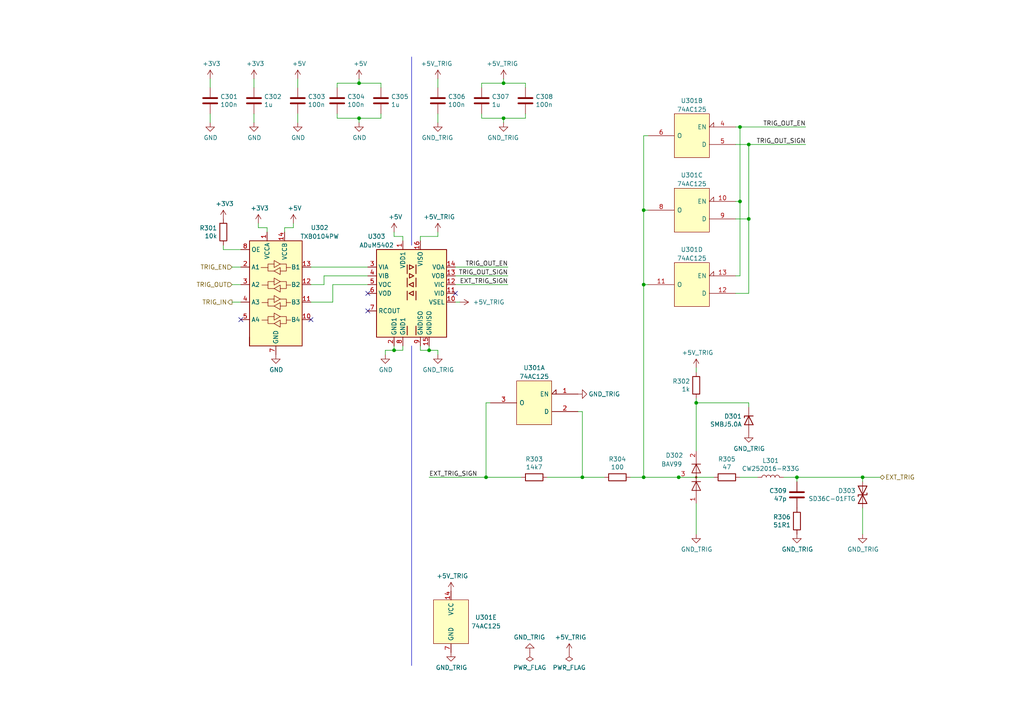
<source format=kicad_sch>
(kicad_sch (version 20230121) (generator eeschema)
  (paper "A4")
  (title_block (title "Trigger") (date "2020-03-07") (rev "1.00"))
  (lib_symbols
    (symbol "Device:C" (pin_numbers hide) (pin_names (offset 0.254))
      (property "Reference" "C" (at 0.635 2.54 0))
      (property "Value" "C" (at 0.635 -2.54 0))
      (symbol "C_0_1"
        (polyline (pts (xy -2.032 -0.762) (xy 2.032 -0.762)) (stroke (width 0.508)))
        (polyline (pts (xy -2.032 0.762) (xy 2.032 0.762)) (stroke (width 0.508)))
      )
      (symbol "C_1_1"
        (pin passive line (at 0 3.81 270) (length 2.794) (name "~") (number "1"))
        (pin passive line (at 0 -3.81 90) (length 2.794) (name "~") (number "2"))
      )
    )
    (symbol "Device:D_TVS" (pin_numbers hide) (pin_names (offset 1.016) hide)
      (property "Reference" "D" (at 0 2.54 0))
      (property "Value" "D_TVS" (at 0 -2.54 0))
      (symbol "D_TVS_0_1"
        (polyline (pts (xy 1.27 0) (xy -1.27 0)))
        (polyline (pts (xy 0.508 1.27) (xy 0 1.27) (xy 0 -1.27) (xy -0.508 -1.27)) (stroke (width 0.254)))
        (polyline (pts (xy -2.54 1.27) (xy -2.54 -1.27) (xy 2.54 1.27) (xy 2.54 -1.27) (xy -2.54 1.27)) (stroke (width 0.254)))
      )
      (symbol "D_TVS_1_1"
        (pin passive line (at -3.81 0 0) (length 2.54) (name "A1") (number "1"))
        (pin passive line (at 3.81 0 180) (length 2.54) (name "A2") (number "2"))
      )
    )
    (symbol "Device:D_Zener" (pin_numbers hide) (pin_names (offset 1.016) hide)
      (property "Reference" "D" (at 0 2.54 0))
      (property "Value" "D_Zener" (at 0 -2.54 0))
      (symbol "D_Zener_0_1"
        (polyline (pts (xy 1.27 0) (xy -1.27 0)))
        (polyline (pts (xy -1.27 -1.27) (xy -1.27 1.27) (xy -0.762 1.27)) (stroke (width 0.254)))
        (polyline (pts (xy 1.27 -1.27) (xy 1.27 1.27) (xy -1.27 0) (xy 1.27 -1.27)) (stroke (width 0.254)))
      )
      (symbol "D_Zener_1_1"
        (pin passive line (at -3.81 0 0) (length 2.54) (name "K") (number "1"))
        (pin passive line (at 3.81 0 180) (length 2.54) (name "A") (number "2"))
      )
    )
    (symbol "Device:L" (pin_numbers hide) (pin_names (offset 1.016) hide)
      (property "Reference" "L" (at -1.27 0 90))
      (property "Value" "L" (at 1.905 0 90))
      (symbol "L_0_1"
        (arc (start 0 -2.54) (mid 0.6323 -1.905) (end 0 -1.27))
        (arc (start 0 -1.27) (mid 0.6323 -0.635) (end 0 0))
        (arc (start 0 0) (mid 0.6323 0.635) (end 0 1.27))
        (arc (start 0 1.27) (mid 0.6323 1.905) (end 0 2.54))
      )
      (symbol "L_1_1"
        (pin passive line (at 0 3.81 270) (length 1.27) (name "1") (number "1"))
        (pin passive line (at 0 -3.81 90) (length 1.27) (name "2") (number "2"))
      )
    )
    (symbol "Device:R" (pin_numbers hide) (pin_names (offset 0))
      (property "Reference" "R" (at 2.032 0 90))
      (property "Value" "R" (at 0 0 90))
      (symbol "R_0_1"
        (rectangle (start -1.016 -2.54) (end 1.016 2.54) (stroke (width 0.254)))
      )
      (symbol "R_1_1"
        (pin passive line (at 0 3.81 270) (length 1.27) (name "~") (number "1"))
        (pin passive line (at 0 -3.81 90) (length 1.27) (name "~") (number "2"))
      )
    )
    (symbol "Diode:BAV99" (pin_names hide)
      (property "Reference" "D" (at 0 5.08 0))
      (property "Value" "BAV99" (at 0 2.54 0))
      (symbol "BAV99_0_1"
        (polyline (pts (xy -5.08 0) (xy 5.08 0)))
      )
      (symbol "BAV99_1_1"
        (polyline (pts (xy 0 0) (xy 0 -2.54)))
        (polyline (pts (xy -1.27 -1.27) (xy -1.27 1.27) (xy -1.27 1.27)) (stroke (width 0.2032)))
        (polyline (pts (xy 3.81 1.27) (xy 3.81 -1.27) (xy 3.81 -1.27)) (stroke (width 0.2032)))
        (polyline (pts (xy -3.81 1.27) (xy -1.27 0) (xy -3.81 -1.27) (xy -3.81 1.27) (xy -3.81 1.27) (xy -3.81 1.27)) (stroke (width 0.2032)))
        (polyline (pts (xy 1.27 1.27) (xy 3.81 0) (xy 1.27 -1.27) (xy 1.27 1.27) (xy 1.27 1.27) (xy 1.27 1.27)) (stroke (width 0.2032)))
        (circle (center 0 0) (radius 0.254) (fill (type outline)))
        (pin passive line (at -7.62 0 0) (length 2.54) (name "K") (number "1"))
        (pin passive line (at 7.62 0 180) (length 2.54) (name "A") (number "2"))
        (pin passive line (at 0 -5.08 90) (length 2.54) (name "K") (number "3"))
      )
    )
    (symbol "ETH1CLCR2:+5V_TRIG" (power) (pin_names (offset 0))
      (property "Value" "+5V_TRIG" (at 0 3.556 0))
      (symbol "+5V_TRIG_0_1"
        (polyline (pts (xy -0.762 1.27) (xy 0 2.54)))
        (polyline (pts (xy 0 0) (xy 0 2.54)))
        (polyline (pts (xy 0 2.54) (xy 0.762 1.27)))
      )
      (symbol "+5V_TRIG_1_1"
        (pin power_in line (at 0 0 90) (length 0) hide (name "+5V_TRIG") (number "1"))
      )
    )
    (symbol "ETH1CLCR2:74AC125" (pin_names (offset 0.762))
      (property "Reference" "U" (at 8.89 6.35 0))
      (property "Value" "74AC125" (at 6.35 5.08 0))
      (symbol "74AC125_0_1"
        (rectangle (start -5.08 6.35) (end 5.08 -6.35) (fill (type background)))
      )
      (symbol "74AC125_1_0"
        (pin input input_low (at -12.7 2.54 0) (length 7.62) (name "EN") (number "1"))
      )
      (symbol "74AC125_1_1"
        (pin input line (at -12.7 -2.54 0) (length 7.62) (name "D") (number "2"))
        (pin tri_state line (at 12.7 0 180) (length 7.62) (name "O") (number "3"))
      )
      (symbol "74AC125_2_0"
        (pin input input_low (at -12.7 2.54 0) (length 7.62) (name "EN") (number "4"))
      )
      (symbol "74AC125_2_1"
        (pin input line (at -12.7 -2.54 0) (length 7.62) (name "D") (number "5"))
        (pin tri_state line (at 12.7 0 180) (length 7.62) (name "O") (number "6"))
      )
      (symbol "74AC125_3_0"
        (pin input input_low (at -12.7 2.54 0) (length 7.62) (name "EN") (number "10"))
      )
      (symbol "74AC125_3_1"
        (pin tri_state line (at 12.7 0 180) (length 7.62) (name "O") (number "8"))
        (pin input line (at -12.7 -2.54 0) (length 7.62) (name "D") (number "9"))
      )
      (symbol "74AC125_4_0"
        (pin input input_low (at -12.7 2.54 0) (length 7.62) (name "EN") (number "13"))
      )
      (symbol "74AC125_4_1"
        (pin tri_state line (at 12.7 0 180) (length 7.62) (name "O") (number "11"))
        (pin input line (at -12.7 -2.54 0) (length 7.62) (name "D") (number "12"))
      )
      (symbol "74AC125_5_1"
        (pin passive line (at 0 8.89 270) (length 2.54) (name "VCC") (number "14"))
        (pin passive line (at 0 -8.89 90) (length 2.54) (name "GND") (number "7"))
      )
    )
    (symbol "ETH1CLCR2:GND_TRIG" (power) (pin_names (offset 0))
      (property "Value" "GND_TRIG" (at 0 -3.81 0))
      (symbol "GND_TRIG_0_1"
        (polyline (pts (xy 0 0) (xy 0 -1.27) (xy 1.27 -1.27) (xy 0 -2.54) (xy -1.27 -1.27) (xy 0 -1.27)))
      )
      (symbol "GND_TRIG_1_1"
        (pin power_in line (at 0 0 270) (length 0) hide (name "GND_TRIG") (number "1"))
      )
    )
    (symbol "Isolator:ADuM5402"
      (property "Reference" "U" (at -10.16 13.97 0))
      (property "Value" "ADuM5402" (at 3.81 13.97 0))
      (symbol "ADuM5402_0_1"
        (rectangle (start -10.16 12.7) (end 10.16 -12.7) (stroke (width 0.254)) (fill (type background)))
        (polyline (pts (xy -1.27 -9.525) (xy -1.27 -12.065)) (stroke (width 0.254)))
        (polyline (pts (xy -1.27 0.635) (xy -1.27 -1.905)) (stroke (width 0.254)))
        (polyline (pts (xy -1.27 4.445) (xy -1.27 1.905)) (stroke (width 0.254)))
        (polyline (pts (xy -1.27 8.255) (xy -1.27 5.715)) (stroke (width 0.254)))
        (polyline (pts (xy 1.27 -9.525) (xy 1.27 -12.065)) (stroke (width 0.254)))
        (polyline (pts (xy 1.27 0.635) (xy 1.27 -1.905)) (stroke (width 0.254)))
        (polyline (pts (xy 1.27 4.445) (xy 1.27 1.905)) (stroke (width 0.254)))
        (polyline (pts (xy 1.27 8.255) (xy 1.27 5.715)) (stroke (width 0.254)))
        (polyline (pts (xy -0.635 5.715) (xy -0.635 4.445) (xy 0.635 5.08) (xy -0.635 5.715)) (stroke (width 0.254)))
        (polyline (pts (xy -0.635 6.985) (xy 0.635 7.62) (xy -0.635 8.255) (xy -0.635 6.985)) (stroke (width 0.254)))
        (polyline (pts (xy 0.508 0.635) (xy 0.508 -0.635) (xy -0.762 0) (xy 0.508 0.635)) (stroke (width 0.254)))
        (polyline (pts (xy 0.508 1.905) (xy -0.762 2.54) (xy 0.508 3.175) (xy 0.508 1.905)) (stroke (width 0.254)))
      )
      (symbol "ADuM5402_1_1"
        (pin power_in line (at -2.54 15.24 270) (length 2.54) (name "VDD1") (number "1"))
        (pin input line (at 12.7 -2.54 180) (length 2.54) (name "VSEL") (number "10"))
        (pin input line (at 12.7 0 180) (length 2.54) (name "VID") (number "11"))
        (pin input line (at 12.7 2.54 180) (length 2.54) (name "VIC") (number "12"))
        (pin output line (at 12.7 5.08 180) (length 2.54) (name "VOB") (number "13"))
        (pin output line (at 12.7 7.62 180) (length 2.54) (name "VOA") (number "14"))
        (pin power_in line (at 5.08 -15.24 90) (length 2.54) (name "GNDISO") (number "15"))
        (pin power_in line (at 2.54 15.24 270) (length 2.54) (name "VISO") (number "16"))
        (pin power_in line (at -5.08 -15.24 90) (length 2.54) (name "GND1") (number "2"))
        (pin input line (at -12.7 7.62 0) (length 2.54) (name "VIA") (number "3"))
        (pin input line (at -12.7 5.08 0) (length 2.54) (name "VIB") (number "4"))
        (pin output line (at -12.7 2.54 0) (length 2.54) (name "VOC") (number "5"))
        (pin output line (at -12.7 0 0) (length 2.54) (name "VOD") (number "6"))
        (pin output line (at -12.7 -5.08 0) (length 2.54) (name "RCOUT") (number "7"))
        (pin power_in line (at -2.54 -15.24 90) (length 2.54) (name "GND1") (number "8"))
        (pin power_in line (at 2.54 -15.24 90) (length 2.54) (name "GNDISO") (number "9"))
      )
    )
    (symbol "Logic_LevelTranslator:TXB0104PW"
      (property "Reference" "U" (at -6.35 16.51 0))
      (property "Value" "TXB0104PW" (at 3.81 16.51 0))
      (symbol "TXB0104PW_0_1"
        (rectangle (start -7.62 -15.24) (end -7.62 -12.7) (stroke (width 0.254)))
        (rectangle (start -7.62 15.24) (end 7.62 -15.24) (stroke (width 0.254)) (fill (type background)))
        (polyline (pts (xy -2.286 -7.747) (xy -2.286 -6.731) (xy -0.508 -6.731)))
        (polyline (pts (xy -2.286 -2.667) (xy -2.286 -1.651) (xy -0.508 -1.651)))
        (polyline (pts (xy -2.286 2.413) (xy -2.286 3.429) (xy -0.508 3.429)))
        (polyline (pts (xy -2.286 7.493) (xy -2.286 8.509) (xy -0.508 8.509)))
        (polyline (pts (xy 3.048 -7.747) (xy 3.048 -8.763) (xy 1.27 -8.763)))
        (polyline (pts (xy 3.048 -2.667) (xy 3.048 -3.683) (xy 1.27 -3.683)))
        (polyline (pts (xy 3.048 2.413) (xy 3.048 1.397) (xy 1.27 1.397)))
        (polyline (pts (xy 3.048 7.493) (xy 3.048 6.477) (xy 1.27 6.477)))
        (polyline (pts (xy -0.508 -8.763) (xy -2.286 -8.763) (xy -2.286 -7.747) (xy -4.064 -7.747)))
        (polyline (pts (xy -0.508 -8.763) (xy 1.27 -7.747) (xy 1.27 -9.779) (xy -0.508 -8.763)))
        (polyline (pts (xy -0.508 -3.683) (xy -2.286 -3.683) (xy -2.286 -2.667) (xy -4.064 -2.667)))
        (polyline (pts (xy -0.508 -3.683) (xy 1.27 -2.667) (xy 1.27 -4.699) (xy -0.508 -3.683)))
        (polyline (pts (xy -0.508 1.397) (xy -2.286 1.397) (xy -2.286 2.413) (xy -4.064 2.413)))
        (polyline (pts (xy -0.508 1.397) (xy 1.27 2.413) (xy 1.27 0.381) (xy -0.508 1.397)))
        (polyline (pts (xy -0.508 6.477) (xy -2.286 6.477) (xy -2.286 7.493) (xy -4.318 7.493)))
        (polyline (pts (xy -0.508 6.477) (xy 1.27 7.493) (xy 1.27 5.461) (xy -0.508 6.477)))
        (polyline (pts (xy 1.27 -6.731) (xy -0.508 -7.747) (xy -0.508 -5.715) (xy 1.27 -6.731)))
        (polyline (pts (xy 1.27 -6.731) (xy 3.048 -6.731) (xy 3.048 -7.747) (xy 4.318 -7.747)))
        (polyline (pts (xy 1.27 -1.651) (xy -0.508 -2.667) (xy -0.508 -0.635) (xy 1.27 -1.651)))
        (polyline (pts (xy 1.27 -1.651) (xy 3.048 -1.651) (xy 3.048 -2.667) (xy 4.318 -2.667)))
        (polyline (pts (xy 1.27 3.429) (xy -0.508 2.413) (xy -0.508 4.445) (xy 1.27 3.429)))
        (polyline (pts (xy 1.27 3.429) (xy 3.048 3.429) (xy 3.048 2.413) (xy 4.318 2.413)))
        (polyline (pts (xy 1.27 8.509) (xy -0.508 7.493) (xy -0.508 9.525) (xy 1.27 8.509)))
        (polyline (pts (xy 1.27 8.509) (xy 3.048 8.509) (xy 3.048 7.493) (xy 4.318 7.493)))
      )
      (symbol "TXB0104PW_1_1"
        (pin power_in line (at -2.54 17.78 270) (length 2.54) (name "VCCA") (number "1"))
        (pin bidirectional line (at 10.16 -7.62 180) (length 2.54) (name "B4") (number "10"))
        (pin bidirectional line (at 10.16 -2.54 180) (length 2.54) (name "B3") (number "11"))
        (pin bidirectional line (at 10.16 2.54 180) (length 2.54) (name "B2") (number "12"))
        (pin bidirectional line (at 10.16 7.62 180) (length 2.54) (name "B1") (number "13"))
        (pin power_in line (at 2.54 17.78 270) (length 2.54) (name "VCCB") (number "14"))
        (pin bidirectional line (at -10.16 7.62 0) (length 2.54) (name "A1") (number "2"))
        (pin bidirectional line (at -10.16 2.54 0) (length 2.54) (name "A2") (number "3"))
        (pin bidirectional line (at -10.16 -2.54 0) (length 2.54) (name "A3") (number "4"))
        (pin bidirectional line (at -10.16 -7.62 0) (length 2.54) (name "A4") (number "5"))
        (pin no_connect line (at -10.16 -12.7 0) (length 2.54) hide (name "NC") (number "6"))
        (pin power_in line (at 0 -17.78 90) (length 2.54) (name "GND") (number "7"))
        (pin input line (at -10.16 12.7 0) (length 2.54) (name "OE") (number "8"))
        (pin no_connect line (at 10.16 -12.7 180) (length 2.54) hide (name "NC") (number "9"))
      )
    )
    (symbol "power:+3.3V" (power) (pin_names (offset 0))
      (property "Value" "+3.3V" (at 0 3.556 0))
      (symbol "+3.3V_0_1"
        (polyline (pts (xy -0.762 1.27) (xy 0 2.54)))
        (polyline (pts (xy 0 0) (xy 0 2.54)))
        (polyline (pts (xy 0 2.54) (xy 0.762 1.27)))
      )
      (symbol "+3.3V_1_1"
        (pin power_in line (at 0 0 90) (length 0) hide (name "+3V3") (number "1"))
      )
    )
    (symbol "power:+5V" (power) (pin_names (offset 0))
      (property "Value" "+5V" (at 0 3.556 0))
      (symbol "+5V_0_1"
        (polyline (pts (xy -0.762 1.27) (xy 0 2.54)))
        (polyline (pts (xy 0 0) (xy 0 2.54)))
        (polyline (pts (xy 0 2.54) (xy 0.762 1.27)))
      )
      (symbol "+5V_1_1"
        (pin power_in line (at 0 0 90) (length 0) hide (name "+5V") (number "1"))
      )
    )
    (symbol "power:GND" (power) (pin_names (offset 0))
      (property "Value" "GND" (at 0 -3.81 0))
      (symbol "GND_0_1"
        (polyline (pts (xy 0 0) (xy 0 -1.27) (xy 1.27 -1.27) (xy 0 -2.54) (xy -1.27 -1.27) (xy 0 -1.27)))
      )
      (symbol "GND_1_1"
        (pin power_in line (at 0 0 270) (length 0) hide (name "GND") (number "1"))
      )
    )
    (symbol "power:PWR_FLAG" (power) (pin_numbers hide) (pin_names (offset 0) hide)
      (property "Value" "PWR_FLAG" (at 0 3.81 0))
      (symbol "PWR_FLAG_0_0"
        (pin power_out line (at 0 0 90) (length 0) (name "pwr") (number "1"))
      )
      (symbol "PWR_FLAG_0_1"
        (polyline (pts (xy 0 0) (xy 0 1.27) (xy -1.016 1.905) (xy 0 2.54) (xy 1.016 1.905) (xy 0 1.27)))
      )
    )
  )
  (junction (at 168.91 138.43))
  (junction (at 186.69 138.43))
  (junction (at 124.46 101.6))
  (junction (at 214.63 58.42))
  (junction (at 146.05 34.29))
  (junction (at 217.17 41.91))
  (junction (at 104.14 34.29))
  (junction (at 250.19 138.43))
  (junction (at 186.69 82.55))
  (junction (at 146.05 24.13))
  (junction (at 140.97 138.43))
  (junction (at 201.93 116.84))
  (junction (at 114.3 101.6))
  (junction (at 217.17 63.5))
  (junction (at 196.85 138.43))
  (junction (at 231.14 138.43))
  (junction (at 104.14 24.13))
  (junction (at 214.63 36.83))
  (junction (at 186.69 60.96))
  (no_connect (at 90.17 92.71))
  (no_connect (at 106.68 90.17))
  (no_connect (at 106.68 85.09))
  (no_connect (at 69.85 92.71))
  (no_connect (at 132.08 85.09))
  (wire (pts (xy 214.63 58.42) (xy 214.63 36.83)))
  (wire (pts (xy 152.4 34.29) (xy 152.4 33.02)))
  (wire (pts (xy 201.93 116.84) (xy 201.93 130.81)))
  (wire (pts (xy 73.66 22.86) (xy 73.66 25.4)))
  (wire (pts (xy 207.01 138.43) (xy 196.85 138.43)))
  (wire (pts (xy 97.79 34.29) (xy 97.79 33.02)))
  (wire (pts (xy 151.13 138.43) (xy 140.97 138.43)))
  (wire (pts (xy 114.3 101.6) (xy 114.3 100.33)))
  (wire (pts (xy 250.19 138.43) (xy 231.14 138.43)))
  (wire (pts (xy 139.7 34.29) (xy 146.05 34.29)))
  (wire (pts (xy 90.17 87.63) (xy 96.52 87.63)))
  (wire (pts (xy 168.91 119.38) (xy 168.91 138.43)))
  (wire (pts (xy 217.17 63.5) (xy 217.17 85.09)))
  (wire (pts (xy 186.69 82.55) (xy 186.69 138.43)))
  (wire (pts (xy 116.84 100.33) (xy 116.84 101.6)))
  (wire (pts (xy 86.36 33.02) (xy 86.36 35.56)))
  (wire (pts (xy 139.7 33.02) (xy 139.7 34.29)))
  (wire (pts (xy 93.98 80.01) (xy 93.98 82.55)))
  (wire (pts (xy 127 35.56) (xy 127 33.02)))
  (polyline (pts (xy 119.38 16.51) (xy 119.38 71.12)))
  (wire (pts (xy 127 67.31) (xy 127 68.58)))
  (wire (pts (xy 187.96 39.37) (xy 186.69 39.37)))
  (wire (pts (xy 140.97 116.84) (xy 142.24 116.84)))
  (wire (pts (xy 217.17 118.11) (xy 217.17 116.84)))
  (wire (pts (xy 186.69 60.96) (xy 186.69 82.55)))
  (wire (pts (xy 201.93 115.57) (xy 201.93 116.84)))
  (wire (pts (xy 255.27 138.43) (xy 250.19 138.43)))
  (wire (pts (xy 110.49 34.29) (xy 104.14 34.29)))
  (wire (pts (xy 217.17 116.84) (xy 201.93 116.84)))
  (wire (pts (xy 186.69 82.55) (xy 187.96 82.55)))
  (wire (pts (xy 124.46 100.33) (xy 124.46 101.6)))
  (wire (pts (xy 217.17 41.91) (xy 217.17 63.5)))
  (wire (pts (xy 121.92 101.6) (xy 124.46 101.6)))
  (wire (pts (xy 104.14 24.13) (xy 97.79 24.13)))
  (wire (pts (xy 67.31 77.47) (xy 69.85 77.47)))
  (wire (pts (xy 140.97 138.43) (xy 124.46 138.43)))
  (wire (pts (xy 146.05 24.13) (xy 152.4 24.13)))
  (wire (pts (xy 139.7 25.4) (xy 139.7 24.13)))
  (wire (pts (xy 187.96 60.96) (xy 186.69 60.96)))
  (wire (pts (xy 121.92 68.58) (xy 121.92 69.85)))
  (wire (pts (xy 201.93 106.68) (xy 201.93 107.95)))
  (wire (pts (xy 147.32 77.47) (xy 132.08 77.47)))
  (wire (pts (xy 127 68.58) (xy 121.92 68.58)))
  (wire (pts (xy 116.84 69.85) (xy 116.84 68.58)))
  (wire (pts (xy 214.63 80.01) (xy 214.63 58.42)))
  (wire (pts (xy 97.79 24.13) (xy 97.79 25.4)))
  (wire (pts (xy 217.17 41.91) (xy 233.68 41.91)))
  (wire (pts (xy 67.31 82.55) (xy 69.85 82.55)))
  (wire (pts (xy 214.63 36.83) (xy 213.36 36.83)))
  (wire (pts (xy 250.19 139.7) (xy 250.19 138.43)))
  (wire (pts (xy 231.14 138.43) (xy 231.14 139.7)))
  (wire (pts (xy 110.49 25.4) (xy 110.49 24.13)))
  (wire (pts (xy 132.08 80.01) (xy 147.32 80.01)))
  (wire (pts (xy 111.76 102.87) (xy 111.76 101.6)))
  (wire (pts (xy 96.52 82.55) (xy 106.68 82.55)))
  (wire (pts (xy 214.63 36.83) (xy 233.68 36.83)))
  (wire (pts (xy 96.52 87.63) (xy 96.52 82.55)))
  (wire (pts (xy 140.97 138.43) (xy 140.97 116.84)))
  (wire (pts (xy 110.49 33.02) (xy 110.49 34.29)))
  (wire (pts (xy 213.36 63.5) (xy 217.17 63.5)))
  (wire (pts (xy 217.17 85.09) (xy 213.36 85.09)))
  (wire (pts (xy 93.98 82.55) (xy 90.17 82.55)))
  (wire (pts (xy 82.55 67.31) (xy 82.55 66.04)))
  (wire (pts (xy 116.84 68.58) (xy 114.3 68.58)))
  (wire (pts (xy 127 101.6) (xy 127 102.87)))
  (wire (pts (xy 167.64 119.38) (xy 168.91 119.38)))
  (wire (pts (xy 196.85 138.43) (xy 186.69 138.43)))
  (wire (pts (xy 201.93 146.05) (xy 201.93 154.94)))
  (wire (pts (xy 186.69 39.37) (xy 186.69 60.96)))
  (wire (pts (xy 60.96 25.4) (xy 60.96 22.86)))
  (wire (pts (xy 82.55 66.04) (xy 85.09 66.04)))
  (wire (pts (xy 111.76 101.6) (xy 114.3 101.6)))
  (wire (pts (xy 227.33 138.43) (xy 231.14 138.43)))
  (wire (pts (xy 127 25.4) (xy 127 22.86)))
  (wire (pts (xy 67.31 87.63) (xy 69.85 87.63)))
  (wire (pts (xy 214.63 138.43) (xy 219.71 138.43)))
  (polyline (pts (xy 119.38 100.33) (xy 119.38 193.04)))
  (wire (pts (xy 110.49 24.13) (xy 104.14 24.13)))
  (wire (pts (xy 104.14 34.29) (xy 97.79 34.29)))
  (wire (pts (xy 77.47 67.31) (xy 77.47 66.04)))
  (wire (pts (xy 182.88 138.43) (xy 186.69 138.43)))
  (wire (pts (xy 147.32 82.55) (xy 132.08 82.55)))
  (wire (pts (xy 146.05 34.29) (xy 152.4 34.29)))
  (wire (pts (xy 250.19 154.94) (xy 250.19 147.32)))
  (wire (pts (xy 69.85 72.39) (xy 64.77 72.39)))
  (wire (pts (xy 133.35 87.63) (xy 132.08 87.63)))
  (wire (pts (xy 60.96 35.56) (xy 60.96 33.02)))
  (wire (pts (xy 64.77 72.39) (xy 64.77 71.12)))
  (wire (pts (xy 106.68 80.01) (xy 93.98 80.01)))
  (wire (pts (xy 74.93 66.04) (xy 74.93 64.77)))
  (wire (pts (xy 121.92 100.33) (xy 121.92 101.6)))
  (wire (pts (xy 104.14 22.86) (xy 104.14 24.13)))
  (wire (pts (xy 158.75 138.43) (xy 168.91 138.43)))
  (wire (pts (xy 146.05 35.56) (xy 146.05 34.29)))
  (wire (pts (xy 116.84 101.6) (xy 114.3 101.6)))
  (wire (pts (xy 104.14 35.56) (xy 104.14 34.29)))
  (wire (pts (xy 168.91 138.43) (xy 175.26 138.43)))
  (wire (pts (xy 124.46 101.6) (xy 127 101.6)))
  (wire (pts (xy 213.36 41.91) (xy 217.17 41.91)))
  (wire (pts (xy 77.47 66.04) (xy 74.93 66.04)))
  (wire (pts (xy 152.4 24.13) (xy 152.4 25.4)))
  (wire (pts (xy 139.7 24.13) (xy 146.05 24.13)))
  (wire (pts (xy 85.09 66.04) (xy 85.09 64.77)))
  (wire (pts (xy 73.66 33.02) (xy 73.66 35.56)))
  (wire (pts (xy 114.3 68.58) (xy 114.3 67.31)))
  (wire (pts (xy 90.17 77.47) (xy 106.68 77.47)))
  (wire (pts (xy 86.36 22.86) (xy 86.36 25.4)))
  (wire (pts (xy 146.05 22.86) (xy 146.05 24.13)))
  (wire (pts (xy 213.36 80.01) (xy 214.63 80.01)))
  (wire (pts (xy 213.36 58.42) (xy 214.63 58.42)))
  (label "TRIG_OUT_SIGN" (at 147.32 80.01 180))
  (label "EXT_TRIG_SIGN" (at 147.32 82.55 180))
  (label "TRIG_OUT_EN" (at 233.68 36.83 180))
  (label "TRIG_OUT_EN" (at 147.32 77.47 180))
  (label "TRIG_OUT_SIGN" (at 233.68 41.91 180))
  (label "EXT_TRIG_SIGN" (at 124.46 138.43 0))
  (hierarchical_label "TRIG_EN" (shape input) (at 67.31 77.47 180))
  (hierarchical_label "EXT_TRIG" (shape bidirectional) (at 255.27 138.43 0))
  (hierarchical_label "TRIG_IN" (shape output) (at 67.31 87.63 180))
  (hierarchical_label "TRIG_OUT" (shape input) (at 67.31 82.55 180))
  (symbol (lib_id "Device:D_TVS") (at 250.19 143.51 90) (mirror x) (unit 1)
    (property "Reference" "D303" (at 248.1834 142.3416 90) (effects (justify left)))
    (property "Value" "SD36C-01FTG" (at 248.1834 144.653 90) (effects (justify left)))
    (property "Footprint" "Diode_SMD:D_SOD-323_HandSoldering" (effects hide))
  )
  (symbol (lib_id "Device:C") (at 231.14 143.51 0) (mirror y) (unit 1)
    (property "Reference" "C309" (at 228.219 142.3416 0) (effects (justify left)))
    (property "Value" "47p" (at 228.219 144.653 0) (effects (justify left)))
    (property "Footprint" "Capacitor_SMD:C_0603_1608Metric_Pad1.08x0.95mm_HandSolder" (effects hide))
  )
  (symbol (lib_id "Device:R") (at 231.14 151.13 0) (mirror y) (unit 1)
    (property "Reference" "R306" (at 229.362 149.9616 0) (effects (justify left)))
    (property "Value" "51R1" (at 229.362 152.273 0) (effects (justify left)))
    (property "Footprint" "Resistor_SMD:R_0603_1608Metric_Pad0.98x0.95mm_HandSolder" (effects hide))
  )
  (symbol (lib_id "Device:L") (at 223.52 138.43 270) (mirror x) (unit 1)
    (property "Reference" "L301" (at 223.52 133.604 90))
    (property "Value" "CW252016-R33G" (at 223.52 135.9154 90))
    (property "Footprint" "ETH1CLCR2:CW252016" (effects hide))
  )
  (symbol (lib_id "Device:R") (at 210.82 138.43 90) (mirror x) (unit 1)
    (property "Reference" "R305" (at 210.82 133.1722 90))
    (property "Value" "47" (at 210.82 135.4836 90))
    (property "Footprint" "Resistor_SMD:R_0603_1608Metric_Pad0.98x0.95mm_HandSolder" (effects hide))
  )
  (symbol (lib_id "Device:D_Zener") (at 217.17 121.92 90) (mirror x) (unit 1)
    (property "Reference" "D301" (at 215.1634 120.7516 90) (effects (justify left)))
    (property "Value" "SMBJ5.0A" (at 215.1634 123.063 90) (effects (justify left)))
    (property "Footprint" "Diode_SMD:D_SMB" (effects hide))
  )
  (symbol (lib_id "Device:R") (at 201.93 111.76 0) (mirror y) (unit 1)
    (property "Reference" "R302" (at 200.152 110.5916 0) (effects (justify left)))
    (property "Value" "1k" (at 200.152 112.903 0) (effects (justify left)))
    (property "Footprint" "Resistor_SMD:R_0603_1608Metric_Pad0.98x0.95mm_HandSolder" (effects hide))
  )
  (symbol (lib_id "ETH1CLCR2:74AC125") (at 130.81 180.34 0) (mirror y) (unit 5)
    (property "Reference" "U301" (at 140.97 179.07 0))
    (property "Value" "74AC125" (at 140.97 181.61 0))
    (property "Footprint" "Package_SO:TSSOP-14_4.4x5mm_P0.65mm" (effects hide))
  )
  (symbol (lib_id "ETH1CLCR2:74AC125") (at 200.66 60.96 0) (mirror y) (unit 3)
    (property "Reference" "U301" (at 200.66 50.8 0))
    (property "Value" "74AC125" (at 200.66 53.34 0))
    (property "Footprint" "Package_SO:TSSOP-14_4.4x5mm_P0.65mm" (effects hide))
  )
  (symbol (lib_id "ETH1CLCR2:74AC125") (at 200.66 39.37 0) (mirror y) (unit 2)
    (property "Reference" "U301" (at 200.66 29.21 0))
    (property "Value" "74AC125" (at 200.66 31.75 0))
    (property "Footprint" "Package_SO:TSSOP-14_4.4x5mm_P0.65mm" (effects hide))
  )
  (symbol (lib_id "Device:R") (at 179.07 138.43 90) (mirror x) (unit 1)
    (property "Reference" "R304" (at 179.07 133.1722 90))
    (property "Value" "100" (at 179.07 135.4836 90))
    (property "Footprint" "Resistor_SMD:R_0603_1608Metric_Pad0.98x0.95mm_HandSolder" (effects hide))
  )
  (symbol (lib_id "Device:R") (at 154.94 138.43 90) (mirror x) (unit 1)
    (property "Reference" "R303" (at 154.94 133.1722 90))
    (property "Value" "14k7" (at 154.94 135.4836 90))
    (property "Footprint" "Resistor_SMD:R_0603_1608Metric_Pad0.98x0.95mm_HandSolder" (effects hide))
  )
  (symbol (lib_id "Device:C") (at 110.49 29.21 0) (unit 1)
    (property "Reference" "C305" (at 113.411 28.0416 0) (effects (justify left)))
    (property "Value" "1u" (at 113.411 30.353 0) (effects (justify left)))
    (property "Footprint" "Capacitor_SMD:C_0603_1608Metric_Pad1.08x0.95mm_HandSolder" (effects hide))
  )
  (symbol (lib_id "Device:C") (at 97.79 29.21 0) (unit 1)
    (property "Reference" "C304" (at 100.711 28.0416 0) (effects (justify left)))
    (property "Value" "100n" (at 100.711 30.353 0) (effects (justify left)))
    (property "Footprint" "Capacitor_SMD:C_0603_1608Metric_Pad1.08x0.95mm_HandSolder" (effects hide))
  )
  (symbol (lib_id "Device:C") (at 139.7 29.21 0) (unit 1)
    (property "Reference" "C307" (at 142.621 28.0416 0) (effects (justify left)))
    (property "Value" "1u" (at 142.621 30.353 0) (effects (justify left)))
    (property "Footprint" "Capacitor_SMD:C_0603_1608Metric_Pad1.08x0.95mm_HandSolder" (effects hide))
  )
  (symbol (lib_id "Device:C") (at 152.4 29.21 0) (unit 1)
    (property "Reference" "C308" (at 155.321 28.0416 0) (effects (justify left)))
    (property "Value" "100n" (at 155.321 30.353 0) (effects (justify left)))
    (property "Footprint" "Capacitor_SMD:C_0603_1608Metric_Pad1.08x0.95mm_HandSolder" (effects hide))
  )
  (symbol (lib_id "Device:C") (at 127 29.21 0) (unit 1)
    (property "Reference" "C306" (at 129.921 28.0416 0) (effects (justify left)))
    (property "Value" "100n" (at 129.921 30.353 0) (effects (justify left)))
    (property "Footprint" "Capacitor_SMD:C_0603_1608Metric_Pad1.08x0.95mm_HandSolder" (effects hide))
  )
  (symbol (lib_id "Isolator:ADuM5402") (at 119.38 85.09 0) (unit 1)
    (property "Reference" "U303" (at 109.22 68.58 0))
    (property "Value" "ADuM5402" (at 109.22 71.12 0))
    (property "Footprint" "Package_SO:SOIC-16W_7.5x10.3mm_P1.27mm" (effects hide))
    (property "Datasheet" "https://www.analog.com/media/en/technical-documentation/data-sheets/ADuM5401_5402_5403_5404.pdf" (effects hide))
  )
  (symbol (lib_id "ETH1CLCR2:74AC125") (at 200.66 82.55 0) (mirror y) (unit 4)
    (property "Reference" "U301" (at 200.66 72.39 0))
    (property "Value" "74AC125" (at 200.66 74.93 0))
    (property "Footprint" "Package_SO:TSSOP-14_4.4x5mm_P0.65mm" (effects hide))
  )
  (symbol (lib_id "Diode:BAV99") (at 201.93 138.43 270) (mirror x) (unit 1)
    (property "Reference" "D302" (at 193.04 132.08 90) (effects (justify left)))
    (property "Value" "BAV99" (at 191.77 134.62 90) (effects (justify left)))
    (property "Footprint" "Package_TO_SOT_SMD:SOT-23" (effects hide))
    (property "Datasheet" "https://assets.nexperia.com/documents/data-sheet/BAV99_SER.pdf" (effects hide))
  )
  (symbol (lib_id "ETH1CLCR2:GND_TRIG") (at 153.67 189.23 180) (unit 1)
    (property "Reference" "#PWR0330" (effects hide))
    (property "Value" "GND_TRIG" (at 153.543 184.8358 0))
  )
  (symbol (lib_id "power:PWR_FLAG") (at 153.67 189.23 180) (unit 1)
    (property "Reference" "#FLG0301" (effects hide))
    (property "Value" "PWR_FLAG" (at 153.67 193.6242 0))
  )
  (symbol (lib_id "power:PWR_FLAG") (at 165.1 189.23 180) (unit 1)
    (property "Reference" "#FLG0302" (effects hide))
    (property "Value" "PWR_FLAG" (at 165.1 193.6242 0))
  )
  (symbol (lib_id "ETH1CLCR2:+5V_TRIG") (at 165.1 189.23 0) (unit 1)
    (property "Reference" "#PWR0331" (effects hide))
    (property "Value" "+5V_TRIG" (at 165.481 184.8358 0))
  )
  (symbol (lib_id "Logic_LevelTranslator:TXB0104PW") (at 80.01 85.09 0) (unit 1)
    (property "Reference" "U302" (at 92.71 66.04 0))
    (property "Value" "TXB0104PW" (at 92.71 68.58 0))
    (property "Footprint" "Package_SO:TSSOP-14_4.4x5mm_P0.65mm" (effects hide))
    (property "Datasheet" "http://www.ti.com/lit/ds/symlink/txb0104.pdf" (effects hide))
  )
  (symbol (lib_id "Device:R") (at 64.77 67.31 0) (unit 1)
    (property "Reference" "R301" (at 62.992 66.1416 0) (effects (justify right)))
    (property "Value" "10k" (at 62.992 68.453 0) (effects (justify right)))
    (property "Footprint" "Resistor_SMD:R_0603_1608Metric_Pad0.98x0.95mm_HandSolder" (effects hide))
  )
  (symbol (lib_id "Device:C") (at 60.96 29.21 0) (unit 1)
    (property "Reference" "C301" (at 63.881 28.0416 0) (effects (justify left)))
    (property "Value" "100n" (at 63.881 30.353 0) (effects (justify left)))
    (property "Footprint" "Capacitor_SMD:C_0603_1608Metric_Pad1.08x0.95mm_HandSolder" (effects hide))
  )
  (symbol (lib_id "Device:C") (at 73.66 29.21 0) (unit 1)
    (property "Reference" "C302" (at 76.581 28.0416 0) (effects (justify left)))
    (property "Value" "1u" (at 76.581 30.353 0) (effects (justify left)))
    (property "Footprint" "Capacitor_SMD:C_0603_1608Metric_Pad1.08x0.95mm_HandSolder" (effects hide))
  )
  (symbol (lib_id "power:GND") (at 73.66 35.56 0) (unit 1)
    (property "Reference" "#PWR0308" (effects hide))
    (property "Value" "GND" (at 73.787 39.9542 0))
  )
  (symbol (lib_id "power:GND") (at 60.96 35.56 0) (unit 1)
    (property "Reference" "#PWR0307" (effects hide))
    (property "Value" "GND" (at 61.087 39.9542 0))
  )
  (symbol (lib_id "power:GND") (at 80.01 102.87 0) (unit 1)
    (property "Reference" "#PWR0319" (effects hide))
    (property "Value" "GND" (at 80.137 107.2642 0))
  )
  (symbol (lib_id "Device:C") (at 86.36 29.21 0) (unit 1)
    (property "Reference" "C303" (at 89.281 28.0416 0) (effects (justify left)))
    (property "Value" "100n" (at 89.281 30.353 0) (effects (justify left)))
    (property "Footprint" "Capacitor_SMD:C_0603_1608Metric_Pad1.08x0.95mm_HandSolder" (effects hide))
  )
  (symbol (lib_id "power:GND") (at 86.36 35.56 0) (unit 1)
    (property "Reference" "#PWR0309" (effects hide))
    (property "Value" "GND" (at 86.487 39.9542 0))
  )
  (symbol (lib_id "ETH1CLCR2:74AC125") (at 154.94 116.84 0) (mirror y) (unit 1)
    (property "Reference" "U301" (at 154.94 106.68 0))
    (property "Value" "74AC125" (at 154.94 109.22 0))
    (property "Footprint" "Package_SO:TSSOP-14_4.4x5mm_P0.65mm" (effects hide))
  )
  (symbol (lib_id "ETH1CLCR2:+5V_TRIG") (at 130.81 171.45 0) (unit 1)
    (property "Reference" "#PWR0328" (effects hide))
    (property "Value" "+5V_TRIG" (at 131.191 167.0558 0))
  )
  (symbol (lib_id "ETH1CLCR2:GND_TRIG") (at 130.81 189.23 0) (unit 1)
    (property "Reference" "#PWR0329" (effects hide))
    (property "Value" "GND_TRIG" (at 130.937 193.6242 0))
  )
  (symbol (lib_id "ETH1CLCR2:GND_TRIG") (at 167.64 114.3 90) (unit 1)
    (property "Reference" "#PWR0323" (effects hide))
    (property "Value" "GND_TRIG" (at 175.26 114.3 90))
  )
  (symbol (lib_id "power:GND") (at 104.14 35.56 0) (unit 1)
    (property "Reference" "#PWR0310" (effects hide))
    (property "Value" "GND" (at 104.267 39.9542 0))
  )
  (symbol (lib_id "power:GND") (at 111.76 102.87 0) (unit 1)
    (property "Reference" "#PWR0320" (effects hide))
    (property "Value" "GND" (at 111.887 107.2642 0))
  )
  (symbol (lib_id "ETH1CLCR2:GND_TRIG") (at 127 102.87 0) (unit 1)
    (property "Reference" "#PWR0321" (effects hide))
    (property "Value" "GND_TRIG" (at 127.127 107.2642 0))
  )
  (symbol (lib_id "ETH1CLCR2:GND_TRIG") (at 201.93 154.94 0) (unit 1)
    (property "Reference" "#PWR0325" (effects hide))
    (property "Value" "GND_TRIG" (at 202.057 159.3342 0))
  )
  (symbol (lib_id "ETH1CLCR2:GND_TRIG") (at 231.14 154.94 0) (unit 1)
    (property "Reference" "#PWR0326" (effects hide))
    (property "Value" "GND_TRIG" (at 231.267 159.3342 0))
  )
  (symbol (lib_id "ETH1CLCR2:GND_TRIG") (at 250.19 154.94 0) (unit 1)
    (property "Reference" "#PWR0327" (effects hide))
    (property "Value" "GND_TRIG" (at 250.317 159.3342 0))
  )
  (symbol (lib_id "ETH1CLCR2:GND_TRIG") (at 217.17 125.73 0) (unit 1)
    (property "Reference" "#PWR0324" (effects hide))
    (property "Value" "GND_TRIG" (at 217.297 130.1242 0))
  )
  (symbol (lib_id "ETH1CLCR2:GND_TRIG") (at 146.05 35.56 0) (mirror y) (unit 1)
    (property "Reference" "#PWR0312" (effects hide))
    (property "Value" "GND_TRIG" (at 145.923 39.9542 0))
  )
  (symbol (lib_id "ETH1CLCR2:GND_TRIG") (at 127 35.56 0) (mirror y) (unit 1)
    (property "Reference" "#PWR0311" (effects hide))
    (property "Value" "GND_TRIG" (at 126.873 39.9542 0))
  )
  (symbol (lib_id "ETH1CLCR2:+5V_TRIG") (at 146.05 22.86 0) (mirror y) (unit 1)
    (property "Reference" "#PWR0306" (effects hide))
    (property "Value" "+5V_TRIG" (at 145.669 18.4658 0))
  )
  (symbol (lib_id "ETH1CLCR2:+5V_TRIG") (at 127 22.86 0) (mirror y) (unit 1)
    (property "Reference" "#PWR0305" (effects hide))
    (property "Value" "+5V_TRIG" (at 126.619 18.4658 0))
  )
  (symbol (lib_id "ETH1CLCR2:+5V_TRIG") (at 127 67.31 0) (unit 1)
    (property "Reference" "#PWR0317" (effects hide))
    (property "Value" "+5V_TRIG" (at 127.381 62.9158 0))
  )
  (symbol (lib_id "ETH1CLCR2:+5V_TRIG") (at 133.35 87.63 270) (unit 1)
    (property "Reference" "#PWR0318" (effects hide))
    (property "Value" "+5V_TRIG" (at 137.16 87.63 90) (effects (justify left)))
  )
  (symbol (lib_id "ETH1CLCR2:+5V_TRIG") (at 201.93 106.68 0) (unit 1)
    (property "Reference" "#PWR0322" (effects hide))
    (property "Value" "+5V_TRIG" (at 202.311 102.2858 0))
  )
  (symbol (lib_id "power:+5V") (at 86.36 22.86 0) (unit 1)
    (property "Reference" "#PWR0303" (effects hide))
    (property "Value" "+5V" (at 86.741 18.4658 0))
  )
  (symbol (lib_id "power:+5V") (at 104.14 22.86 0) (unit 1)
    (property "Reference" "#PWR0304" (effects hide))
    (property "Value" "+5V" (at 104.521 18.4658 0))
  )
  (symbol (lib_id "power:+5V") (at 85.09 64.77 0) (unit 1)
    (property "Reference" "#PWR0315" (effects hide))
    (property "Value" "+5V" (at 85.471 60.3758 0))
  )
  (symbol (lib_id "power:+5V") (at 114.3 67.31 0) (unit 1)
    (property "Reference" "#PWR0316" (effects hide))
    (property "Value" "+5V" (at 114.681 62.9158 0))
  )
  (symbol (lib_id "power:+3.3V") (at 74.93 64.77 0) (unit 1)
    (property "Reference" "#PWR0314" (effects hide))
    (property "Value" "+3.3V" (at 75.311 60.3758 0))
  )
  (symbol (lib_id "power:+3.3V") (at 73.66 22.86 0) (unit 1)
    (property "Reference" "#PWR0302" (effects hide))
    (property "Value" "+3.3V" (at 74.041 18.4658 0))
  )
  (symbol (lib_id "power:+3.3V") (at 60.96 22.86 0) (unit 1)
    (property "Reference" "#PWR0301" (effects hide))
    (property "Value" "+3.3V" (at 61.341 18.4658 0))
  )
  (symbol (lib_id "power:+3.3V") (at 64.77 63.5 0) (unit 1)
    (property "Reference" "#PWR0313" (effects hide))
    (property "Value" "+3.3V" (at 65.151 59.1058 0))
  )
)
</source>
